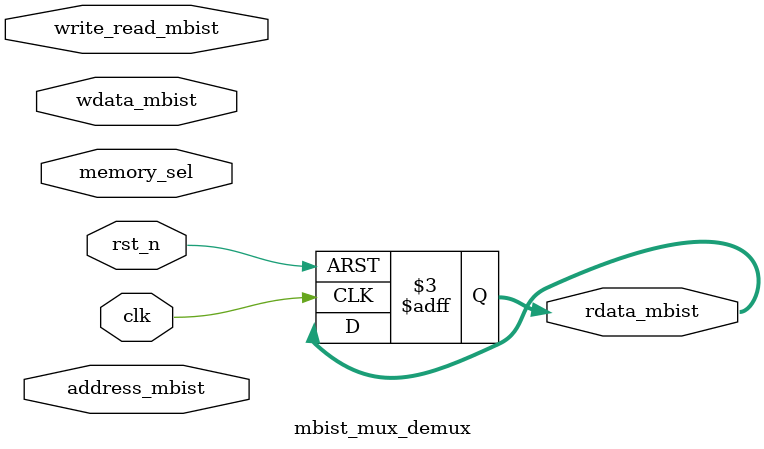
<source format=v>
module mbist_mux_demux (clk
                       ,rst_n
                       ,memory_sel
                       ,write_read_mbist
                       ,rdata_mbist
                       ,wdata_mbist
                       ,address_mbist
//DECLEARE WRITE_READ
//DECLEARE RDATA
//DECLEARE WDATA
//DECLEARE ADDRESS
                        );

parameter DATA_WIDTH = 64;
parameter ADDR_WIDTH = 16;

input clk;
input rst_n;
input [2:0]memory_sel;
input write_read_mbist;
input [DATA_WIDTH-1:0] wdata_mbist;
//DECLEARE INPUT RDATA
input [ADDR_WIDTH-1:0] address_mbist;
//DECLEARE OUTPUT WDATA
output [DATA_WIDTH-1:0] rdata_mbist;
//DECLEARE OUTPUT ADDRESS
//DECLEARE OUTPUT WRITE_READ


//REG WDATA
reg [DATA_WIDTH-1:0] rdata_mbist;
//REG ADDRESS
//REG WRITE_READ

always @ (posedge clk or negedge rst_n) begin
    if (!rst_n) begin
        rdata_mbist <= 0;
//RESET WDATA
//RESET ADDRESS
//RESET WRITE_READ
    end
    else begin
//ASSIGN RDATA_MBIST
//ASSIGN ADDRESS 
//ASSIGN WDATA       
//ASSIGN WRITE_READ       
    end
end
endmodule

</source>
